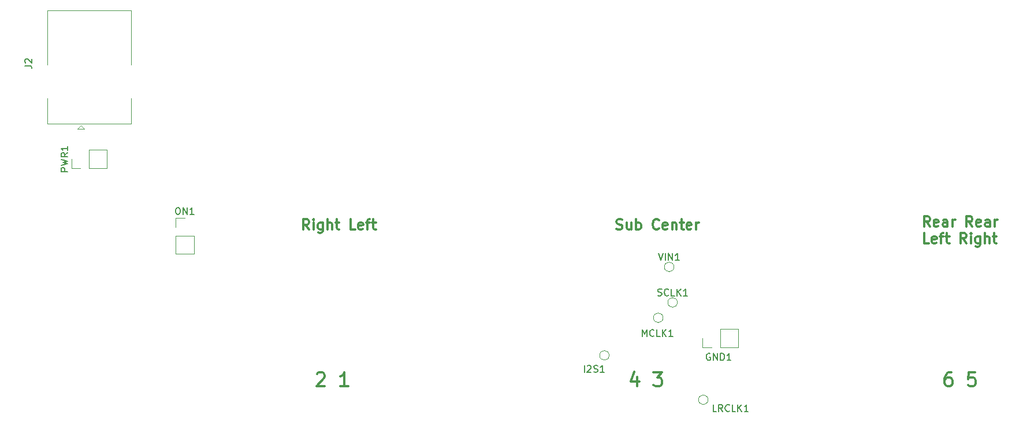
<source format=gbr>
%TF.GenerationSoftware,KiCad,Pcbnew,7.0.1*%
%TF.CreationDate,2023-03-30T15:17:14+02:00*%
%TF.ProjectId,BalancedSurroundOutBus,42616c61-6e63-4656-9453-7572726f756e,rev?*%
%TF.SameCoordinates,Original*%
%TF.FileFunction,Legend,Top*%
%TF.FilePolarity,Positive*%
%FSLAX46Y46*%
G04 Gerber Fmt 4.6, Leading zero omitted, Abs format (unit mm)*
G04 Created by KiCad (PCBNEW 7.0.1) date 2023-03-30 15:17:14*
%MOMM*%
%LPD*%
G01*
G04 APERTURE LIST*
%ADD10C,0.300000*%
%ADD11C,0.150000*%
%ADD12C,0.120000*%
%ADD13R,1.700000X1.700000*%
%ADD14O,1.700000X1.700000*%
%ADD15C,1.000000*%
%ADD16R,1.600000X1.600000*%
%ADD17C,1.600000*%
%ADD18C,4.000000*%
%ADD19R,1.350000X1.350000*%
%ADD20O,1.350000X1.350000*%
G04 APERTURE END LIST*
D10*
X142380952Y-124945714D02*
X142476190Y-124850476D01*
X142476190Y-124850476D02*
X142666666Y-124755238D01*
X142666666Y-124755238D02*
X143142857Y-124755238D01*
X143142857Y-124755238D02*
X143333333Y-124850476D01*
X143333333Y-124850476D02*
X143428571Y-124945714D01*
X143428571Y-124945714D02*
X143523809Y-125136190D01*
X143523809Y-125136190D02*
X143523809Y-125326666D01*
X143523809Y-125326666D02*
X143428571Y-125612380D01*
X143428571Y-125612380D02*
X142285714Y-126755238D01*
X142285714Y-126755238D02*
X143523809Y-126755238D01*
X146952381Y-126755238D02*
X145809524Y-126755238D01*
X146380952Y-126755238D02*
X146380952Y-124755238D01*
X146380952Y-124755238D02*
X146190476Y-125040952D01*
X146190476Y-125040952D02*
X146000000Y-125231428D01*
X146000000Y-125231428D02*
X145809524Y-125326666D01*
X141214285Y-103816428D02*
X140714285Y-103102142D01*
X140357142Y-103816428D02*
X140357142Y-102316428D01*
X140357142Y-102316428D02*
X140928571Y-102316428D01*
X140928571Y-102316428D02*
X141071428Y-102387857D01*
X141071428Y-102387857D02*
X141142857Y-102459285D01*
X141142857Y-102459285D02*
X141214285Y-102602142D01*
X141214285Y-102602142D02*
X141214285Y-102816428D01*
X141214285Y-102816428D02*
X141142857Y-102959285D01*
X141142857Y-102959285D02*
X141071428Y-103030714D01*
X141071428Y-103030714D02*
X140928571Y-103102142D01*
X140928571Y-103102142D02*
X140357142Y-103102142D01*
X141857142Y-103816428D02*
X141857142Y-102816428D01*
X141857142Y-102316428D02*
X141785714Y-102387857D01*
X141785714Y-102387857D02*
X141857142Y-102459285D01*
X141857142Y-102459285D02*
X141928571Y-102387857D01*
X141928571Y-102387857D02*
X141857142Y-102316428D01*
X141857142Y-102316428D02*
X141857142Y-102459285D01*
X143214286Y-102816428D02*
X143214286Y-104030714D01*
X143214286Y-104030714D02*
X143142857Y-104173571D01*
X143142857Y-104173571D02*
X143071428Y-104245000D01*
X143071428Y-104245000D02*
X142928571Y-104316428D01*
X142928571Y-104316428D02*
X142714286Y-104316428D01*
X142714286Y-104316428D02*
X142571428Y-104245000D01*
X143214286Y-103745000D02*
X143071428Y-103816428D01*
X143071428Y-103816428D02*
X142785714Y-103816428D01*
X142785714Y-103816428D02*
X142642857Y-103745000D01*
X142642857Y-103745000D02*
X142571428Y-103673571D01*
X142571428Y-103673571D02*
X142500000Y-103530714D01*
X142500000Y-103530714D02*
X142500000Y-103102142D01*
X142500000Y-103102142D02*
X142571428Y-102959285D01*
X142571428Y-102959285D02*
X142642857Y-102887857D01*
X142642857Y-102887857D02*
X142785714Y-102816428D01*
X142785714Y-102816428D02*
X143071428Y-102816428D01*
X143071428Y-102816428D02*
X143214286Y-102887857D01*
X143928571Y-103816428D02*
X143928571Y-102316428D01*
X144571429Y-103816428D02*
X144571429Y-103030714D01*
X144571429Y-103030714D02*
X144500000Y-102887857D01*
X144500000Y-102887857D02*
X144357143Y-102816428D01*
X144357143Y-102816428D02*
X144142857Y-102816428D01*
X144142857Y-102816428D02*
X144000000Y-102887857D01*
X144000000Y-102887857D02*
X143928571Y-102959285D01*
X145071429Y-102816428D02*
X145642857Y-102816428D01*
X145285714Y-102316428D02*
X145285714Y-103602142D01*
X145285714Y-103602142D02*
X145357143Y-103745000D01*
X145357143Y-103745000D02*
X145500000Y-103816428D01*
X145500000Y-103816428D02*
X145642857Y-103816428D01*
X148000000Y-103816428D02*
X147285714Y-103816428D01*
X147285714Y-103816428D02*
X147285714Y-102316428D01*
X149071429Y-103745000D02*
X148928572Y-103816428D01*
X148928572Y-103816428D02*
X148642858Y-103816428D01*
X148642858Y-103816428D02*
X148500000Y-103745000D01*
X148500000Y-103745000D02*
X148428572Y-103602142D01*
X148428572Y-103602142D02*
X148428572Y-103030714D01*
X148428572Y-103030714D02*
X148500000Y-102887857D01*
X148500000Y-102887857D02*
X148642858Y-102816428D01*
X148642858Y-102816428D02*
X148928572Y-102816428D01*
X148928572Y-102816428D02*
X149071429Y-102887857D01*
X149071429Y-102887857D02*
X149142858Y-103030714D01*
X149142858Y-103030714D02*
X149142858Y-103173571D01*
X149142858Y-103173571D02*
X148428572Y-103316428D01*
X149571429Y-102816428D02*
X150142857Y-102816428D01*
X149785714Y-103816428D02*
X149785714Y-102530714D01*
X149785714Y-102530714D02*
X149857143Y-102387857D01*
X149857143Y-102387857D02*
X150000000Y-102316428D01*
X150000000Y-102316428D02*
X150142857Y-102316428D01*
X150428572Y-102816428D02*
X151000000Y-102816428D01*
X150642857Y-102316428D02*
X150642857Y-103602142D01*
X150642857Y-103602142D02*
X150714286Y-103745000D01*
X150714286Y-103745000D02*
X150857143Y-103816428D01*
X150857143Y-103816428D02*
X151000000Y-103816428D01*
X189333333Y-125421904D02*
X189333333Y-126755238D01*
X188857142Y-124660000D02*
X188380952Y-126088571D01*
X188380952Y-126088571D02*
X189619047Y-126088571D01*
X191714286Y-124755238D02*
X192952381Y-124755238D01*
X192952381Y-124755238D02*
X192285714Y-125517142D01*
X192285714Y-125517142D02*
X192571429Y-125517142D01*
X192571429Y-125517142D02*
X192761905Y-125612380D01*
X192761905Y-125612380D02*
X192857143Y-125707619D01*
X192857143Y-125707619D02*
X192952381Y-125898095D01*
X192952381Y-125898095D02*
X192952381Y-126374285D01*
X192952381Y-126374285D02*
X192857143Y-126564761D01*
X192857143Y-126564761D02*
X192761905Y-126660000D01*
X192761905Y-126660000D02*
X192571429Y-126755238D01*
X192571429Y-126755238D02*
X192000000Y-126755238D01*
X192000000Y-126755238D02*
X191809524Y-126660000D01*
X191809524Y-126660000D02*
X191714286Y-126564761D01*
X232214285Y-103386428D02*
X231714285Y-102672142D01*
X231357142Y-103386428D02*
X231357142Y-101886428D01*
X231357142Y-101886428D02*
X231928571Y-101886428D01*
X231928571Y-101886428D02*
X232071428Y-101957857D01*
X232071428Y-101957857D02*
X232142857Y-102029285D01*
X232142857Y-102029285D02*
X232214285Y-102172142D01*
X232214285Y-102172142D02*
X232214285Y-102386428D01*
X232214285Y-102386428D02*
X232142857Y-102529285D01*
X232142857Y-102529285D02*
X232071428Y-102600714D01*
X232071428Y-102600714D02*
X231928571Y-102672142D01*
X231928571Y-102672142D02*
X231357142Y-102672142D01*
X233428571Y-103315000D02*
X233285714Y-103386428D01*
X233285714Y-103386428D02*
X233000000Y-103386428D01*
X233000000Y-103386428D02*
X232857142Y-103315000D01*
X232857142Y-103315000D02*
X232785714Y-103172142D01*
X232785714Y-103172142D02*
X232785714Y-102600714D01*
X232785714Y-102600714D02*
X232857142Y-102457857D01*
X232857142Y-102457857D02*
X233000000Y-102386428D01*
X233000000Y-102386428D02*
X233285714Y-102386428D01*
X233285714Y-102386428D02*
X233428571Y-102457857D01*
X233428571Y-102457857D02*
X233500000Y-102600714D01*
X233500000Y-102600714D02*
X233500000Y-102743571D01*
X233500000Y-102743571D02*
X232785714Y-102886428D01*
X234785714Y-103386428D02*
X234785714Y-102600714D01*
X234785714Y-102600714D02*
X234714285Y-102457857D01*
X234714285Y-102457857D02*
X234571428Y-102386428D01*
X234571428Y-102386428D02*
X234285714Y-102386428D01*
X234285714Y-102386428D02*
X234142856Y-102457857D01*
X234785714Y-103315000D02*
X234642856Y-103386428D01*
X234642856Y-103386428D02*
X234285714Y-103386428D01*
X234285714Y-103386428D02*
X234142856Y-103315000D01*
X234142856Y-103315000D02*
X234071428Y-103172142D01*
X234071428Y-103172142D02*
X234071428Y-103029285D01*
X234071428Y-103029285D02*
X234142856Y-102886428D01*
X234142856Y-102886428D02*
X234285714Y-102815000D01*
X234285714Y-102815000D02*
X234642856Y-102815000D01*
X234642856Y-102815000D02*
X234785714Y-102743571D01*
X235499999Y-103386428D02*
X235499999Y-102386428D01*
X235499999Y-102672142D02*
X235571428Y-102529285D01*
X235571428Y-102529285D02*
X235642857Y-102457857D01*
X235642857Y-102457857D02*
X235785714Y-102386428D01*
X235785714Y-102386428D02*
X235928571Y-102386428D01*
X238428570Y-103386428D02*
X237928570Y-102672142D01*
X237571427Y-103386428D02*
X237571427Y-101886428D01*
X237571427Y-101886428D02*
X238142856Y-101886428D01*
X238142856Y-101886428D02*
X238285713Y-101957857D01*
X238285713Y-101957857D02*
X238357142Y-102029285D01*
X238357142Y-102029285D02*
X238428570Y-102172142D01*
X238428570Y-102172142D02*
X238428570Y-102386428D01*
X238428570Y-102386428D02*
X238357142Y-102529285D01*
X238357142Y-102529285D02*
X238285713Y-102600714D01*
X238285713Y-102600714D02*
X238142856Y-102672142D01*
X238142856Y-102672142D02*
X237571427Y-102672142D01*
X239642856Y-103315000D02*
X239499999Y-103386428D01*
X239499999Y-103386428D02*
X239214285Y-103386428D01*
X239214285Y-103386428D02*
X239071427Y-103315000D01*
X239071427Y-103315000D02*
X238999999Y-103172142D01*
X238999999Y-103172142D02*
X238999999Y-102600714D01*
X238999999Y-102600714D02*
X239071427Y-102457857D01*
X239071427Y-102457857D02*
X239214285Y-102386428D01*
X239214285Y-102386428D02*
X239499999Y-102386428D01*
X239499999Y-102386428D02*
X239642856Y-102457857D01*
X239642856Y-102457857D02*
X239714285Y-102600714D01*
X239714285Y-102600714D02*
X239714285Y-102743571D01*
X239714285Y-102743571D02*
X238999999Y-102886428D01*
X240999999Y-103386428D02*
X240999999Y-102600714D01*
X240999999Y-102600714D02*
X240928570Y-102457857D01*
X240928570Y-102457857D02*
X240785713Y-102386428D01*
X240785713Y-102386428D02*
X240499999Y-102386428D01*
X240499999Y-102386428D02*
X240357141Y-102457857D01*
X240999999Y-103315000D02*
X240857141Y-103386428D01*
X240857141Y-103386428D02*
X240499999Y-103386428D01*
X240499999Y-103386428D02*
X240357141Y-103315000D01*
X240357141Y-103315000D02*
X240285713Y-103172142D01*
X240285713Y-103172142D02*
X240285713Y-103029285D01*
X240285713Y-103029285D02*
X240357141Y-102886428D01*
X240357141Y-102886428D02*
X240499999Y-102815000D01*
X240499999Y-102815000D02*
X240857141Y-102815000D01*
X240857141Y-102815000D02*
X240999999Y-102743571D01*
X241714284Y-103386428D02*
X241714284Y-102386428D01*
X241714284Y-102672142D02*
X241785713Y-102529285D01*
X241785713Y-102529285D02*
X241857142Y-102457857D01*
X241857142Y-102457857D02*
X241999999Y-102386428D01*
X241999999Y-102386428D02*
X242142856Y-102386428D01*
X232071428Y-105816428D02*
X231357142Y-105816428D01*
X231357142Y-105816428D02*
X231357142Y-104316428D01*
X233142857Y-105745000D02*
X233000000Y-105816428D01*
X233000000Y-105816428D02*
X232714286Y-105816428D01*
X232714286Y-105816428D02*
X232571428Y-105745000D01*
X232571428Y-105745000D02*
X232500000Y-105602142D01*
X232500000Y-105602142D02*
X232500000Y-105030714D01*
X232500000Y-105030714D02*
X232571428Y-104887857D01*
X232571428Y-104887857D02*
X232714286Y-104816428D01*
X232714286Y-104816428D02*
X233000000Y-104816428D01*
X233000000Y-104816428D02*
X233142857Y-104887857D01*
X233142857Y-104887857D02*
X233214286Y-105030714D01*
X233214286Y-105030714D02*
X233214286Y-105173571D01*
X233214286Y-105173571D02*
X232500000Y-105316428D01*
X233642857Y-104816428D02*
X234214285Y-104816428D01*
X233857142Y-105816428D02*
X233857142Y-104530714D01*
X233857142Y-104530714D02*
X233928571Y-104387857D01*
X233928571Y-104387857D02*
X234071428Y-104316428D01*
X234071428Y-104316428D02*
X234214285Y-104316428D01*
X234500000Y-104816428D02*
X235071428Y-104816428D01*
X234714285Y-104316428D02*
X234714285Y-105602142D01*
X234714285Y-105602142D02*
X234785714Y-105745000D01*
X234785714Y-105745000D02*
X234928571Y-105816428D01*
X234928571Y-105816428D02*
X235071428Y-105816428D01*
X237571428Y-105816428D02*
X237071428Y-105102142D01*
X236714285Y-105816428D02*
X236714285Y-104316428D01*
X236714285Y-104316428D02*
X237285714Y-104316428D01*
X237285714Y-104316428D02*
X237428571Y-104387857D01*
X237428571Y-104387857D02*
X237500000Y-104459285D01*
X237500000Y-104459285D02*
X237571428Y-104602142D01*
X237571428Y-104602142D02*
X237571428Y-104816428D01*
X237571428Y-104816428D02*
X237500000Y-104959285D01*
X237500000Y-104959285D02*
X237428571Y-105030714D01*
X237428571Y-105030714D02*
X237285714Y-105102142D01*
X237285714Y-105102142D02*
X236714285Y-105102142D01*
X238214285Y-105816428D02*
X238214285Y-104816428D01*
X238214285Y-104316428D02*
X238142857Y-104387857D01*
X238142857Y-104387857D02*
X238214285Y-104459285D01*
X238214285Y-104459285D02*
X238285714Y-104387857D01*
X238285714Y-104387857D02*
X238214285Y-104316428D01*
X238214285Y-104316428D02*
X238214285Y-104459285D01*
X239571429Y-104816428D02*
X239571429Y-106030714D01*
X239571429Y-106030714D02*
X239500000Y-106173571D01*
X239500000Y-106173571D02*
X239428571Y-106245000D01*
X239428571Y-106245000D02*
X239285714Y-106316428D01*
X239285714Y-106316428D02*
X239071429Y-106316428D01*
X239071429Y-106316428D02*
X238928571Y-106245000D01*
X239571429Y-105745000D02*
X239428571Y-105816428D01*
X239428571Y-105816428D02*
X239142857Y-105816428D01*
X239142857Y-105816428D02*
X239000000Y-105745000D01*
X239000000Y-105745000D02*
X238928571Y-105673571D01*
X238928571Y-105673571D02*
X238857143Y-105530714D01*
X238857143Y-105530714D02*
X238857143Y-105102142D01*
X238857143Y-105102142D02*
X238928571Y-104959285D01*
X238928571Y-104959285D02*
X239000000Y-104887857D01*
X239000000Y-104887857D02*
X239142857Y-104816428D01*
X239142857Y-104816428D02*
X239428571Y-104816428D01*
X239428571Y-104816428D02*
X239571429Y-104887857D01*
X240285714Y-105816428D02*
X240285714Y-104316428D01*
X240928572Y-105816428D02*
X240928572Y-105030714D01*
X240928572Y-105030714D02*
X240857143Y-104887857D01*
X240857143Y-104887857D02*
X240714286Y-104816428D01*
X240714286Y-104816428D02*
X240500000Y-104816428D01*
X240500000Y-104816428D02*
X240357143Y-104887857D01*
X240357143Y-104887857D02*
X240285714Y-104959285D01*
X241428572Y-104816428D02*
X242000000Y-104816428D01*
X241642857Y-104316428D02*
X241642857Y-105602142D01*
X241642857Y-105602142D02*
X241714286Y-105745000D01*
X241714286Y-105745000D02*
X241857143Y-105816428D01*
X241857143Y-105816428D02*
X242000000Y-105816428D01*
X186285714Y-103745000D02*
X186500000Y-103816428D01*
X186500000Y-103816428D02*
X186857142Y-103816428D01*
X186857142Y-103816428D02*
X187000000Y-103745000D01*
X187000000Y-103745000D02*
X187071428Y-103673571D01*
X187071428Y-103673571D02*
X187142857Y-103530714D01*
X187142857Y-103530714D02*
X187142857Y-103387857D01*
X187142857Y-103387857D02*
X187071428Y-103245000D01*
X187071428Y-103245000D02*
X187000000Y-103173571D01*
X187000000Y-103173571D02*
X186857142Y-103102142D01*
X186857142Y-103102142D02*
X186571428Y-103030714D01*
X186571428Y-103030714D02*
X186428571Y-102959285D01*
X186428571Y-102959285D02*
X186357142Y-102887857D01*
X186357142Y-102887857D02*
X186285714Y-102745000D01*
X186285714Y-102745000D02*
X186285714Y-102602142D01*
X186285714Y-102602142D02*
X186357142Y-102459285D01*
X186357142Y-102459285D02*
X186428571Y-102387857D01*
X186428571Y-102387857D02*
X186571428Y-102316428D01*
X186571428Y-102316428D02*
X186928571Y-102316428D01*
X186928571Y-102316428D02*
X187142857Y-102387857D01*
X188428571Y-102816428D02*
X188428571Y-103816428D01*
X187785713Y-102816428D02*
X187785713Y-103602142D01*
X187785713Y-103602142D02*
X187857142Y-103745000D01*
X187857142Y-103745000D02*
X187999999Y-103816428D01*
X187999999Y-103816428D02*
X188214285Y-103816428D01*
X188214285Y-103816428D02*
X188357142Y-103745000D01*
X188357142Y-103745000D02*
X188428571Y-103673571D01*
X189142856Y-103816428D02*
X189142856Y-102316428D01*
X189142856Y-102887857D02*
X189285714Y-102816428D01*
X189285714Y-102816428D02*
X189571428Y-102816428D01*
X189571428Y-102816428D02*
X189714285Y-102887857D01*
X189714285Y-102887857D02*
X189785714Y-102959285D01*
X189785714Y-102959285D02*
X189857142Y-103102142D01*
X189857142Y-103102142D02*
X189857142Y-103530714D01*
X189857142Y-103530714D02*
X189785714Y-103673571D01*
X189785714Y-103673571D02*
X189714285Y-103745000D01*
X189714285Y-103745000D02*
X189571428Y-103816428D01*
X189571428Y-103816428D02*
X189285714Y-103816428D01*
X189285714Y-103816428D02*
X189142856Y-103745000D01*
X192499999Y-103673571D02*
X192428571Y-103745000D01*
X192428571Y-103745000D02*
X192214285Y-103816428D01*
X192214285Y-103816428D02*
X192071428Y-103816428D01*
X192071428Y-103816428D02*
X191857142Y-103745000D01*
X191857142Y-103745000D02*
X191714285Y-103602142D01*
X191714285Y-103602142D02*
X191642856Y-103459285D01*
X191642856Y-103459285D02*
X191571428Y-103173571D01*
X191571428Y-103173571D02*
X191571428Y-102959285D01*
X191571428Y-102959285D02*
X191642856Y-102673571D01*
X191642856Y-102673571D02*
X191714285Y-102530714D01*
X191714285Y-102530714D02*
X191857142Y-102387857D01*
X191857142Y-102387857D02*
X192071428Y-102316428D01*
X192071428Y-102316428D02*
X192214285Y-102316428D01*
X192214285Y-102316428D02*
X192428571Y-102387857D01*
X192428571Y-102387857D02*
X192499999Y-102459285D01*
X193714285Y-103745000D02*
X193571428Y-103816428D01*
X193571428Y-103816428D02*
X193285714Y-103816428D01*
X193285714Y-103816428D02*
X193142856Y-103745000D01*
X193142856Y-103745000D02*
X193071428Y-103602142D01*
X193071428Y-103602142D02*
X193071428Y-103030714D01*
X193071428Y-103030714D02*
X193142856Y-102887857D01*
X193142856Y-102887857D02*
X193285714Y-102816428D01*
X193285714Y-102816428D02*
X193571428Y-102816428D01*
X193571428Y-102816428D02*
X193714285Y-102887857D01*
X193714285Y-102887857D02*
X193785714Y-103030714D01*
X193785714Y-103030714D02*
X193785714Y-103173571D01*
X193785714Y-103173571D02*
X193071428Y-103316428D01*
X194428570Y-102816428D02*
X194428570Y-103816428D01*
X194428570Y-102959285D02*
X194499999Y-102887857D01*
X194499999Y-102887857D02*
X194642856Y-102816428D01*
X194642856Y-102816428D02*
X194857142Y-102816428D01*
X194857142Y-102816428D02*
X194999999Y-102887857D01*
X194999999Y-102887857D02*
X195071428Y-103030714D01*
X195071428Y-103030714D02*
X195071428Y-103816428D01*
X195571428Y-102816428D02*
X196142856Y-102816428D01*
X195785713Y-102316428D02*
X195785713Y-103602142D01*
X195785713Y-103602142D02*
X195857142Y-103745000D01*
X195857142Y-103745000D02*
X195999999Y-103816428D01*
X195999999Y-103816428D02*
X196142856Y-103816428D01*
X197214285Y-103745000D02*
X197071428Y-103816428D01*
X197071428Y-103816428D02*
X196785714Y-103816428D01*
X196785714Y-103816428D02*
X196642856Y-103745000D01*
X196642856Y-103745000D02*
X196571428Y-103602142D01*
X196571428Y-103602142D02*
X196571428Y-103030714D01*
X196571428Y-103030714D02*
X196642856Y-102887857D01*
X196642856Y-102887857D02*
X196785714Y-102816428D01*
X196785714Y-102816428D02*
X197071428Y-102816428D01*
X197071428Y-102816428D02*
X197214285Y-102887857D01*
X197214285Y-102887857D02*
X197285714Y-103030714D01*
X197285714Y-103030714D02*
X197285714Y-103173571D01*
X197285714Y-103173571D02*
X196571428Y-103316428D01*
X197928570Y-103816428D02*
X197928570Y-102816428D01*
X197928570Y-103102142D02*
X197999999Y-102959285D01*
X197999999Y-102959285D02*
X198071428Y-102887857D01*
X198071428Y-102887857D02*
X198214285Y-102816428D01*
X198214285Y-102816428D02*
X198357142Y-102816428D01*
X235333333Y-124755238D02*
X234952380Y-124755238D01*
X234952380Y-124755238D02*
X234761904Y-124850476D01*
X234761904Y-124850476D02*
X234666666Y-124945714D01*
X234666666Y-124945714D02*
X234476190Y-125231428D01*
X234476190Y-125231428D02*
X234380952Y-125612380D01*
X234380952Y-125612380D02*
X234380952Y-126374285D01*
X234380952Y-126374285D02*
X234476190Y-126564761D01*
X234476190Y-126564761D02*
X234571428Y-126660000D01*
X234571428Y-126660000D02*
X234761904Y-126755238D01*
X234761904Y-126755238D02*
X235142857Y-126755238D01*
X235142857Y-126755238D02*
X235333333Y-126660000D01*
X235333333Y-126660000D02*
X235428571Y-126564761D01*
X235428571Y-126564761D02*
X235523809Y-126374285D01*
X235523809Y-126374285D02*
X235523809Y-125898095D01*
X235523809Y-125898095D02*
X235428571Y-125707619D01*
X235428571Y-125707619D02*
X235333333Y-125612380D01*
X235333333Y-125612380D02*
X235142857Y-125517142D01*
X235142857Y-125517142D02*
X234761904Y-125517142D01*
X234761904Y-125517142D02*
X234571428Y-125612380D01*
X234571428Y-125612380D02*
X234476190Y-125707619D01*
X234476190Y-125707619D02*
X234380952Y-125898095D01*
X238857143Y-124755238D02*
X237904762Y-124755238D01*
X237904762Y-124755238D02*
X237809524Y-125707619D01*
X237809524Y-125707619D02*
X237904762Y-125612380D01*
X237904762Y-125612380D02*
X238095238Y-125517142D01*
X238095238Y-125517142D02*
X238571429Y-125517142D01*
X238571429Y-125517142D02*
X238761905Y-125612380D01*
X238761905Y-125612380D02*
X238857143Y-125707619D01*
X238857143Y-125707619D02*
X238952381Y-125898095D01*
X238952381Y-125898095D02*
X238952381Y-126374285D01*
X238952381Y-126374285D02*
X238857143Y-126564761D01*
X238857143Y-126564761D02*
X238761905Y-126660000D01*
X238761905Y-126660000D02*
X238571429Y-126755238D01*
X238571429Y-126755238D02*
X238095238Y-126755238D01*
X238095238Y-126755238D02*
X237904762Y-126660000D01*
X237904762Y-126660000D02*
X237809524Y-126564761D01*
D11*
%TO.C,ON1*%
X121904762Y-100607619D02*
X122095238Y-100607619D01*
X122095238Y-100607619D02*
X122190476Y-100655238D01*
X122190476Y-100655238D02*
X122285714Y-100750476D01*
X122285714Y-100750476D02*
X122333333Y-100940952D01*
X122333333Y-100940952D02*
X122333333Y-101274285D01*
X122333333Y-101274285D02*
X122285714Y-101464761D01*
X122285714Y-101464761D02*
X122190476Y-101560000D01*
X122190476Y-101560000D02*
X122095238Y-101607619D01*
X122095238Y-101607619D02*
X121904762Y-101607619D01*
X121904762Y-101607619D02*
X121809524Y-101560000D01*
X121809524Y-101560000D02*
X121714286Y-101464761D01*
X121714286Y-101464761D02*
X121666667Y-101274285D01*
X121666667Y-101274285D02*
X121666667Y-100940952D01*
X121666667Y-100940952D02*
X121714286Y-100750476D01*
X121714286Y-100750476D02*
X121809524Y-100655238D01*
X121809524Y-100655238D02*
X121904762Y-100607619D01*
X122761905Y-101607619D02*
X122761905Y-100607619D01*
X122761905Y-100607619D02*
X123333333Y-101607619D01*
X123333333Y-101607619D02*
X123333333Y-100607619D01*
X124333333Y-101607619D02*
X123761905Y-101607619D01*
X124047619Y-101607619D02*
X124047619Y-100607619D01*
X124047619Y-100607619D02*
X123952381Y-100750476D01*
X123952381Y-100750476D02*
X123857143Y-100845714D01*
X123857143Y-100845714D02*
X123761905Y-100893333D01*
%TO.C,MCLK1*%
X190035714Y-119462619D02*
X190035714Y-118462619D01*
X190035714Y-118462619D02*
X190369047Y-119176904D01*
X190369047Y-119176904D02*
X190702380Y-118462619D01*
X190702380Y-118462619D02*
X190702380Y-119462619D01*
X191749999Y-119367380D02*
X191702380Y-119415000D01*
X191702380Y-119415000D02*
X191559523Y-119462619D01*
X191559523Y-119462619D02*
X191464285Y-119462619D01*
X191464285Y-119462619D02*
X191321428Y-119415000D01*
X191321428Y-119415000D02*
X191226190Y-119319761D01*
X191226190Y-119319761D02*
X191178571Y-119224523D01*
X191178571Y-119224523D02*
X191130952Y-119034047D01*
X191130952Y-119034047D02*
X191130952Y-118891190D01*
X191130952Y-118891190D02*
X191178571Y-118700714D01*
X191178571Y-118700714D02*
X191226190Y-118605476D01*
X191226190Y-118605476D02*
X191321428Y-118510238D01*
X191321428Y-118510238D02*
X191464285Y-118462619D01*
X191464285Y-118462619D02*
X191559523Y-118462619D01*
X191559523Y-118462619D02*
X191702380Y-118510238D01*
X191702380Y-118510238D02*
X191749999Y-118557857D01*
X192654761Y-119462619D02*
X192178571Y-119462619D01*
X192178571Y-119462619D02*
X192178571Y-118462619D01*
X192988095Y-119462619D02*
X192988095Y-118462619D01*
X193559523Y-119462619D02*
X193130952Y-118891190D01*
X193559523Y-118462619D02*
X192988095Y-119034047D01*
X194511904Y-119462619D02*
X193940476Y-119462619D01*
X194226190Y-119462619D02*
X194226190Y-118462619D01*
X194226190Y-118462619D02*
X194130952Y-118605476D01*
X194130952Y-118605476D02*
X194035714Y-118700714D01*
X194035714Y-118700714D02*
X193940476Y-118748333D01*
%TO.C,I2S1*%
X181571429Y-124712619D02*
X181571429Y-123712619D01*
X182000000Y-123807857D02*
X182047619Y-123760238D01*
X182047619Y-123760238D02*
X182142857Y-123712619D01*
X182142857Y-123712619D02*
X182380952Y-123712619D01*
X182380952Y-123712619D02*
X182476190Y-123760238D01*
X182476190Y-123760238D02*
X182523809Y-123807857D01*
X182523809Y-123807857D02*
X182571428Y-123903095D01*
X182571428Y-123903095D02*
X182571428Y-123998333D01*
X182571428Y-123998333D02*
X182523809Y-124141190D01*
X182523809Y-124141190D02*
X181952381Y-124712619D01*
X181952381Y-124712619D02*
X182571428Y-124712619D01*
X182952381Y-124665000D02*
X183095238Y-124712619D01*
X183095238Y-124712619D02*
X183333333Y-124712619D01*
X183333333Y-124712619D02*
X183428571Y-124665000D01*
X183428571Y-124665000D02*
X183476190Y-124617380D01*
X183476190Y-124617380D02*
X183523809Y-124522142D01*
X183523809Y-124522142D02*
X183523809Y-124426904D01*
X183523809Y-124426904D02*
X183476190Y-124331666D01*
X183476190Y-124331666D02*
X183428571Y-124284047D01*
X183428571Y-124284047D02*
X183333333Y-124236428D01*
X183333333Y-124236428D02*
X183142857Y-124188809D01*
X183142857Y-124188809D02*
X183047619Y-124141190D01*
X183047619Y-124141190D02*
X183000000Y-124093571D01*
X183000000Y-124093571D02*
X182952381Y-123998333D01*
X182952381Y-123998333D02*
X182952381Y-123903095D01*
X182952381Y-123903095D02*
X183000000Y-123807857D01*
X183000000Y-123807857D02*
X183047619Y-123760238D01*
X183047619Y-123760238D02*
X183142857Y-123712619D01*
X183142857Y-123712619D02*
X183380952Y-123712619D01*
X183380952Y-123712619D02*
X183523809Y-123760238D01*
X184476190Y-124712619D02*
X183904762Y-124712619D01*
X184190476Y-124712619D02*
X184190476Y-123712619D01*
X184190476Y-123712619D02*
X184095238Y-123855476D01*
X184095238Y-123855476D02*
X184000000Y-123950714D01*
X184000000Y-123950714D02*
X183904762Y-123998333D01*
%TO.C,J2*%
X99562619Y-79833333D02*
X100276904Y-79833333D01*
X100276904Y-79833333D02*
X100419761Y-79880952D01*
X100419761Y-79880952D02*
X100515000Y-79976190D01*
X100515000Y-79976190D02*
X100562619Y-80119047D01*
X100562619Y-80119047D02*
X100562619Y-80214285D01*
X99657857Y-79404761D02*
X99610238Y-79357142D01*
X99610238Y-79357142D02*
X99562619Y-79261904D01*
X99562619Y-79261904D02*
X99562619Y-79023809D01*
X99562619Y-79023809D02*
X99610238Y-78928571D01*
X99610238Y-78928571D02*
X99657857Y-78880952D01*
X99657857Y-78880952D02*
X99753095Y-78833333D01*
X99753095Y-78833333D02*
X99848333Y-78833333D01*
X99848333Y-78833333D02*
X99991190Y-78880952D01*
X99991190Y-78880952D02*
X100562619Y-79452380D01*
X100562619Y-79452380D02*
X100562619Y-78833333D01*
%TO.C,GND1*%
X200011904Y-122010238D02*
X199916666Y-121962619D01*
X199916666Y-121962619D02*
X199773809Y-121962619D01*
X199773809Y-121962619D02*
X199630952Y-122010238D01*
X199630952Y-122010238D02*
X199535714Y-122105476D01*
X199535714Y-122105476D02*
X199488095Y-122200714D01*
X199488095Y-122200714D02*
X199440476Y-122391190D01*
X199440476Y-122391190D02*
X199440476Y-122534047D01*
X199440476Y-122534047D02*
X199488095Y-122724523D01*
X199488095Y-122724523D02*
X199535714Y-122819761D01*
X199535714Y-122819761D02*
X199630952Y-122915000D01*
X199630952Y-122915000D02*
X199773809Y-122962619D01*
X199773809Y-122962619D02*
X199869047Y-122962619D01*
X199869047Y-122962619D02*
X200011904Y-122915000D01*
X200011904Y-122915000D02*
X200059523Y-122867380D01*
X200059523Y-122867380D02*
X200059523Y-122534047D01*
X200059523Y-122534047D02*
X199869047Y-122534047D01*
X200488095Y-122962619D02*
X200488095Y-121962619D01*
X200488095Y-121962619D02*
X201059523Y-122962619D01*
X201059523Y-122962619D02*
X201059523Y-121962619D01*
X201535714Y-122962619D02*
X201535714Y-121962619D01*
X201535714Y-121962619D02*
X201773809Y-121962619D01*
X201773809Y-121962619D02*
X201916666Y-122010238D01*
X201916666Y-122010238D02*
X202011904Y-122105476D01*
X202011904Y-122105476D02*
X202059523Y-122200714D01*
X202059523Y-122200714D02*
X202107142Y-122391190D01*
X202107142Y-122391190D02*
X202107142Y-122534047D01*
X202107142Y-122534047D02*
X202059523Y-122724523D01*
X202059523Y-122724523D02*
X202011904Y-122819761D01*
X202011904Y-122819761D02*
X201916666Y-122915000D01*
X201916666Y-122915000D02*
X201773809Y-122962619D01*
X201773809Y-122962619D02*
X201535714Y-122962619D01*
X203059523Y-122962619D02*
X202488095Y-122962619D01*
X202773809Y-122962619D02*
X202773809Y-121962619D01*
X202773809Y-121962619D02*
X202678571Y-122105476D01*
X202678571Y-122105476D02*
X202583333Y-122200714D01*
X202583333Y-122200714D02*
X202488095Y-122248333D01*
%TO.C,VIN1*%
X192428572Y-107314619D02*
X192761905Y-108314619D01*
X192761905Y-108314619D02*
X193095238Y-107314619D01*
X193428572Y-108314619D02*
X193428572Y-107314619D01*
X193904762Y-108314619D02*
X193904762Y-107314619D01*
X193904762Y-107314619D02*
X194476190Y-108314619D01*
X194476190Y-108314619D02*
X194476190Y-107314619D01*
X195476190Y-108314619D02*
X194904762Y-108314619D01*
X195190476Y-108314619D02*
X195190476Y-107314619D01*
X195190476Y-107314619D02*
X195095238Y-107457476D01*
X195095238Y-107457476D02*
X195000000Y-107552714D01*
X195000000Y-107552714D02*
X194904762Y-107600333D01*
%TO.C,SCLK1*%
X192333333Y-113467000D02*
X192476190Y-113514619D01*
X192476190Y-113514619D02*
X192714285Y-113514619D01*
X192714285Y-113514619D02*
X192809523Y-113467000D01*
X192809523Y-113467000D02*
X192857142Y-113419380D01*
X192857142Y-113419380D02*
X192904761Y-113324142D01*
X192904761Y-113324142D02*
X192904761Y-113228904D01*
X192904761Y-113228904D02*
X192857142Y-113133666D01*
X192857142Y-113133666D02*
X192809523Y-113086047D01*
X192809523Y-113086047D02*
X192714285Y-113038428D01*
X192714285Y-113038428D02*
X192523809Y-112990809D01*
X192523809Y-112990809D02*
X192428571Y-112943190D01*
X192428571Y-112943190D02*
X192380952Y-112895571D01*
X192380952Y-112895571D02*
X192333333Y-112800333D01*
X192333333Y-112800333D02*
X192333333Y-112705095D01*
X192333333Y-112705095D02*
X192380952Y-112609857D01*
X192380952Y-112609857D02*
X192428571Y-112562238D01*
X192428571Y-112562238D02*
X192523809Y-112514619D01*
X192523809Y-112514619D02*
X192761904Y-112514619D01*
X192761904Y-112514619D02*
X192904761Y-112562238D01*
X193904761Y-113419380D02*
X193857142Y-113467000D01*
X193857142Y-113467000D02*
X193714285Y-113514619D01*
X193714285Y-113514619D02*
X193619047Y-113514619D01*
X193619047Y-113514619D02*
X193476190Y-113467000D01*
X193476190Y-113467000D02*
X193380952Y-113371761D01*
X193380952Y-113371761D02*
X193333333Y-113276523D01*
X193333333Y-113276523D02*
X193285714Y-113086047D01*
X193285714Y-113086047D02*
X193285714Y-112943190D01*
X193285714Y-112943190D02*
X193333333Y-112752714D01*
X193333333Y-112752714D02*
X193380952Y-112657476D01*
X193380952Y-112657476D02*
X193476190Y-112562238D01*
X193476190Y-112562238D02*
X193619047Y-112514619D01*
X193619047Y-112514619D02*
X193714285Y-112514619D01*
X193714285Y-112514619D02*
X193857142Y-112562238D01*
X193857142Y-112562238D02*
X193904761Y-112609857D01*
X194809523Y-113514619D02*
X194333333Y-113514619D01*
X194333333Y-113514619D02*
X194333333Y-112514619D01*
X195142857Y-113514619D02*
X195142857Y-112514619D01*
X195714285Y-113514619D02*
X195285714Y-112943190D01*
X195714285Y-112514619D02*
X195142857Y-113086047D01*
X196666666Y-113514619D02*
X196095238Y-113514619D01*
X196380952Y-113514619D02*
X196380952Y-112514619D01*
X196380952Y-112514619D02*
X196285714Y-112657476D01*
X196285714Y-112657476D02*
X196190476Y-112752714D01*
X196190476Y-112752714D02*
X196095238Y-112800333D01*
%TO.C,LRCLK1*%
X200928571Y-130462619D02*
X200452381Y-130462619D01*
X200452381Y-130462619D02*
X200452381Y-129462619D01*
X201833333Y-130462619D02*
X201500000Y-129986428D01*
X201261905Y-130462619D02*
X201261905Y-129462619D01*
X201261905Y-129462619D02*
X201642857Y-129462619D01*
X201642857Y-129462619D02*
X201738095Y-129510238D01*
X201738095Y-129510238D02*
X201785714Y-129557857D01*
X201785714Y-129557857D02*
X201833333Y-129653095D01*
X201833333Y-129653095D02*
X201833333Y-129795952D01*
X201833333Y-129795952D02*
X201785714Y-129891190D01*
X201785714Y-129891190D02*
X201738095Y-129938809D01*
X201738095Y-129938809D02*
X201642857Y-129986428D01*
X201642857Y-129986428D02*
X201261905Y-129986428D01*
X202833333Y-130367380D02*
X202785714Y-130415000D01*
X202785714Y-130415000D02*
X202642857Y-130462619D01*
X202642857Y-130462619D02*
X202547619Y-130462619D01*
X202547619Y-130462619D02*
X202404762Y-130415000D01*
X202404762Y-130415000D02*
X202309524Y-130319761D01*
X202309524Y-130319761D02*
X202261905Y-130224523D01*
X202261905Y-130224523D02*
X202214286Y-130034047D01*
X202214286Y-130034047D02*
X202214286Y-129891190D01*
X202214286Y-129891190D02*
X202261905Y-129700714D01*
X202261905Y-129700714D02*
X202309524Y-129605476D01*
X202309524Y-129605476D02*
X202404762Y-129510238D01*
X202404762Y-129510238D02*
X202547619Y-129462619D01*
X202547619Y-129462619D02*
X202642857Y-129462619D01*
X202642857Y-129462619D02*
X202785714Y-129510238D01*
X202785714Y-129510238D02*
X202833333Y-129557857D01*
X203738095Y-130462619D02*
X203261905Y-130462619D01*
X203261905Y-130462619D02*
X203261905Y-129462619D01*
X204071429Y-130462619D02*
X204071429Y-129462619D01*
X204642857Y-130462619D02*
X204214286Y-129891190D01*
X204642857Y-129462619D02*
X204071429Y-130034047D01*
X205595238Y-130462619D02*
X205023810Y-130462619D01*
X205309524Y-130462619D02*
X205309524Y-129462619D01*
X205309524Y-129462619D02*
X205214286Y-129605476D01*
X205214286Y-129605476D02*
X205119048Y-129700714D01*
X205119048Y-129700714D02*
X205023810Y-129748333D01*
%TO.C,PWR1*%
X105857619Y-95309523D02*
X104857619Y-95309523D01*
X104857619Y-95309523D02*
X104857619Y-94928571D01*
X104857619Y-94928571D02*
X104905238Y-94833333D01*
X104905238Y-94833333D02*
X104952857Y-94785714D01*
X104952857Y-94785714D02*
X105048095Y-94738095D01*
X105048095Y-94738095D02*
X105190952Y-94738095D01*
X105190952Y-94738095D02*
X105286190Y-94785714D01*
X105286190Y-94785714D02*
X105333809Y-94833333D01*
X105333809Y-94833333D02*
X105381428Y-94928571D01*
X105381428Y-94928571D02*
X105381428Y-95309523D01*
X104857619Y-94404761D02*
X105857619Y-94166666D01*
X105857619Y-94166666D02*
X105143333Y-93976190D01*
X105143333Y-93976190D02*
X105857619Y-93785714D01*
X105857619Y-93785714D02*
X104857619Y-93547619D01*
X105857619Y-92595238D02*
X105381428Y-92928571D01*
X105857619Y-93166666D02*
X104857619Y-93166666D01*
X104857619Y-93166666D02*
X104857619Y-92785714D01*
X104857619Y-92785714D02*
X104905238Y-92690476D01*
X104905238Y-92690476D02*
X104952857Y-92642857D01*
X104952857Y-92642857D02*
X105048095Y-92595238D01*
X105048095Y-92595238D02*
X105190952Y-92595238D01*
X105190952Y-92595238D02*
X105286190Y-92642857D01*
X105286190Y-92642857D02*
X105333809Y-92690476D01*
X105333809Y-92690476D02*
X105381428Y-92785714D01*
X105381428Y-92785714D02*
X105381428Y-93166666D01*
X105857619Y-91642857D02*
X105857619Y-92214285D01*
X105857619Y-91928571D02*
X104857619Y-91928571D01*
X104857619Y-91928571D02*
X105000476Y-92023809D01*
X105000476Y-92023809D02*
X105095714Y-92119047D01*
X105095714Y-92119047D02*
X105143333Y-92214285D01*
D12*
%TO.C,ON1*%
X121670000Y-102145000D02*
X123000000Y-102145000D01*
X121670000Y-103475000D02*
X121670000Y-102145000D01*
X121670000Y-104745000D02*
X121670000Y-107345000D01*
X121670000Y-104745000D02*
X124330000Y-104745000D01*
X121670000Y-107345000D02*
X124330000Y-107345000D01*
X124330000Y-104745000D02*
X124330000Y-107345000D01*
%TO.C,MCLK1*%
X193100000Y-116750000D02*
G75*
G03*
X193100000Y-116750000I-700000J0D01*
G01*
%TO.C,I2S1*%
X185200000Y-122250000D02*
G75*
G03*
X185200000Y-122250000I-700000J0D01*
G01*
%TO.C,J2*%
X107250000Y-89050000D02*
X108250000Y-89050000D01*
X108250000Y-89050000D02*
X107750000Y-88550000D01*
X107750000Y-88550000D02*
X107250000Y-89050000D01*
X102890000Y-88350000D02*
X102890000Y-84600000D01*
X115110000Y-88350000D02*
X102890000Y-88350000D01*
X115110000Y-88350000D02*
X115110000Y-84600000D01*
X102890000Y-71730000D02*
X102890000Y-79700000D01*
X115110000Y-71730000D02*
X115110000Y-79700000D01*
X115110000Y-71730000D02*
X102890000Y-71730000D01*
%TO.C,GND1*%
X198895000Y-121080000D02*
X198895000Y-119750000D01*
X200225000Y-121080000D02*
X198895000Y-121080000D01*
X201495000Y-121080000D02*
X204095000Y-121080000D01*
X201495000Y-121080000D02*
X201495000Y-118420000D01*
X204095000Y-121080000D02*
X204095000Y-118420000D01*
X201495000Y-118420000D02*
X204095000Y-118420000D01*
%TO.C,VIN1*%
X194700000Y-109300000D02*
G75*
G03*
X194700000Y-109300000I-700000J0D01*
G01*
%TO.C,SCLK1*%
X195200000Y-114500000D02*
G75*
G03*
X195200000Y-114500000I-700000J0D01*
G01*
%TO.C,LRCLK1*%
X199700000Y-128750000D02*
G75*
G03*
X199700000Y-128750000I-700000J0D01*
G01*
%TO.C,PWR1*%
X106395000Y-94830000D02*
X106395000Y-93500000D01*
X107725000Y-94830000D02*
X106395000Y-94830000D01*
X108995000Y-94830000D02*
X111595000Y-94830000D01*
X108995000Y-94830000D02*
X108995000Y-92170000D01*
X111595000Y-94830000D02*
X111595000Y-92170000D01*
X108995000Y-92170000D02*
X111595000Y-92170000D01*
%TD*%
%LPC*%
D13*
%TO.C,ON1*%
X123000000Y-103475000D03*
D14*
X123000000Y-106015000D03*
%TD*%
D15*
%TO.C,MCLK1*%
X192400000Y-116750000D03*
%TD*%
%TO.C,I2S1*%
X184500000Y-122250000D03*
%TD*%
D16*
%TO.C,J2*%
X107750000Y-87000000D03*
D17*
X110250000Y-87000000D03*
X110250000Y-85000000D03*
X107750000Y-85000000D03*
D18*
X103000000Y-82140000D03*
X115000000Y-82140000D03*
%TD*%
D13*
%TO.C,GND1*%
X200225000Y-119750000D03*
D14*
X202765000Y-119750000D03*
%TD*%
D15*
%TO.C,VIN1*%
X194000000Y-109300000D03*
%TD*%
%TO.C,SCLK1*%
X194500000Y-114500000D03*
%TD*%
%TO.C,LRCLK1*%
X199000000Y-128750000D03*
%TD*%
D13*
%TO.C,PWR1*%
X107725000Y-93500000D03*
D14*
X110265000Y-93500000D03*
%TD*%
D13*
%TO.C,J3*%
X137750000Y-131500000D03*
D14*
X137750000Y-134040000D03*
X140290000Y-131500000D03*
X140290000Y-134040000D03*
X142830000Y-131500000D03*
X142830000Y-134040000D03*
X145370000Y-131500000D03*
X145370000Y-134040000D03*
X147910000Y-131500000D03*
X147910000Y-134040000D03*
X150450000Y-131500000D03*
X150450000Y-134040000D03*
%TD*%
D13*
%TO.C,J5*%
X229650000Y-131475000D03*
D14*
X229650000Y-134015000D03*
X232190000Y-131475000D03*
X232190000Y-134015000D03*
X234730000Y-131475000D03*
X234730000Y-134015000D03*
X237270000Y-131475000D03*
X237270000Y-134015000D03*
X239810000Y-131475000D03*
X239810000Y-134015000D03*
X242350000Y-131475000D03*
X242350000Y-134015000D03*
%TD*%
D19*
%TO.C,J1*%
X101000000Y-127000000D03*
D20*
X101000000Y-125000000D03*
X99000000Y-127000000D03*
X99000000Y-125000000D03*
X97000000Y-127000000D03*
X97000000Y-125000000D03*
X95000000Y-127000000D03*
X95000000Y-125000000D03*
X93000000Y-127000000D03*
X93000000Y-125000000D03*
X91000000Y-127000000D03*
X91000000Y-125000000D03*
%TD*%
D13*
%TO.C,J4*%
X183650000Y-131475000D03*
D14*
X183650000Y-134015000D03*
X186190000Y-131475000D03*
X186190000Y-134015000D03*
X188730000Y-131475000D03*
X188730000Y-134015000D03*
X191270000Y-131475000D03*
X191270000Y-134015000D03*
X193810000Y-131475000D03*
X193810000Y-134015000D03*
X196350000Y-131475000D03*
X196350000Y-134015000D03*
%TD*%
M02*

</source>
